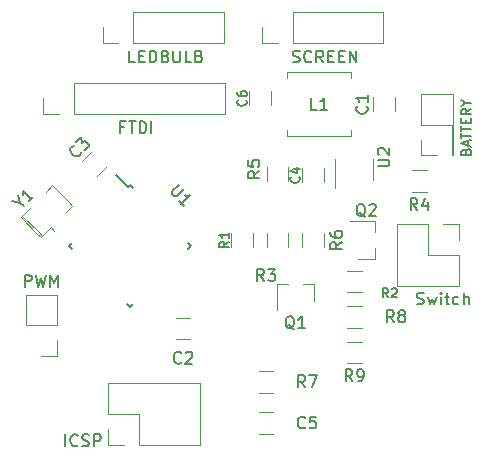
<source format=gbr>
%TF.GenerationSoftware,KiCad,Pcbnew,5.1.6*%
%TF.CreationDate,2020-09-21T03:48:32+02:00*%
%TF.ProjectId,Arduino_CPU_Board,41726475-696e-46f5-9f43-50555f426f61,rev?*%
%TF.SameCoordinates,Original*%
%TF.FileFunction,Legend,Top*%
%TF.FilePolarity,Positive*%
%FSLAX46Y46*%
G04 Gerber Fmt 4.6, Leading zero omitted, Abs format (unit mm)*
G04 Created by KiCad (PCBNEW 5.1.6) date 2020-09-21 03:48:32*
%MOMM*%
%LPD*%
G01*
G04 APERTURE LIST*
%ADD10C,0.150000*%
%ADD11C,0.120000*%
G04 APERTURE END LIST*
D10*
X145942857Y-88500000D02*
X145980952Y-88385714D01*
X146019047Y-88347619D01*
X146095238Y-88309523D01*
X146209523Y-88309523D01*
X146285714Y-88347619D01*
X146323809Y-88385714D01*
X146361904Y-88461904D01*
X146361904Y-88766666D01*
X145561904Y-88766666D01*
X145561904Y-88500000D01*
X145600000Y-88423809D01*
X145638095Y-88385714D01*
X145714285Y-88347619D01*
X145790476Y-88347619D01*
X145866666Y-88385714D01*
X145904761Y-88423809D01*
X145942857Y-88500000D01*
X145942857Y-88766666D01*
X146133333Y-88004761D02*
X146133333Y-87623809D01*
X146361904Y-88080952D02*
X145561904Y-87814285D01*
X146361904Y-87547619D01*
X145561904Y-87395238D02*
X145561904Y-86938095D01*
X146361904Y-87166666D02*
X145561904Y-87166666D01*
X145561904Y-86785714D02*
X145561904Y-86328571D01*
X146361904Y-86557142D02*
X145561904Y-86557142D01*
X145942857Y-86061904D02*
X145942857Y-85795238D01*
X146361904Y-85680952D02*
X146361904Y-86061904D01*
X145561904Y-86061904D01*
X145561904Y-85680952D01*
X146361904Y-84880952D02*
X145980952Y-85147619D01*
X146361904Y-85338095D02*
X145561904Y-85338095D01*
X145561904Y-85033333D01*
X145600000Y-84957142D01*
X145638095Y-84919047D01*
X145714285Y-84880952D01*
X145828571Y-84880952D01*
X145904761Y-84919047D01*
X145942857Y-84957142D01*
X145980952Y-85033333D01*
X145980952Y-85338095D01*
X145980952Y-84385714D02*
X146361904Y-84385714D01*
X145561904Y-84652380D02*
X145980952Y-84385714D01*
X145561904Y-84119047D01*
X131285714Y-80904761D02*
X131428571Y-80952380D01*
X131666666Y-80952380D01*
X131761904Y-80904761D01*
X131809523Y-80857142D01*
X131857142Y-80761904D01*
X131857142Y-80666666D01*
X131809523Y-80571428D01*
X131761904Y-80523809D01*
X131666666Y-80476190D01*
X131476190Y-80428571D01*
X131380952Y-80380952D01*
X131333333Y-80333333D01*
X131285714Y-80238095D01*
X131285714Y-80142857D01*
X131333333Y-80047619D01*
X131380952Y-80000000D01*
X131476190Y-79952380D01*
X131714285Y-79952380D01*
X131857142Y-80000000D01*
X132857142Y-80857142D02*
X132809523Y-80904761D01*
X132666666Y-80952380D01*
X132571428Y-80952380D01*
X132428571Y-80904761D01*
X132333333Y-80809523D01*
X132285714Y-80714285D01*
X132238095Y-80523809D01*
X132238095Y-80380952D01*
X132285714Y-80190476D01*
X132333333Y-80095238D01*
X132428571Y-80000000D01*
X132571428Y-79952380D01*
X132666666Y-79952380D01*
X132809523Y-80000000D01*
X132857142Y-80047619D01*
X133857142Y-80952380D02*
X133523809Y-80476190D01*
X133285714Y-80952380D02*
X133285714Y-79952380D01*
X133666666Y-79952380D01*
X133761904Y-80000000D01*
X133809523Y-80047619D01*
X133857142Y-80142857D01*
X133857142Y-80285714D01*
X133809523Y-80380952D01*
X133761904Y-80428571D01*
X133666666Y-80476190D01*
X133285714Y-80476190D01*
X134285714Y-80428571D02*
X134619047Y-80428571D01*
X134761904Y-80952380D02*
X134285714Y-80952380D01*
X134285714Y-79952380D01*
X134761904Y-79952380D01*
X135190476Y-80428571D02*
X135523809Y-80428571D01*
X135666666Y-80952380D02*
X135190476Y-80952380D01*
X135190476Y-79952380D01*
X135666666Y-79952380D01*
X136095238Y-80952380D02*
X136095238Y-79952380D01*
X136666666Y-80952380D01*
X136666666Y-79952380D01*
X117928571Y-80952380D02*
X117452380Y-80952380D01*
X117452380Y-79952380D01*
X118261904Y-80428571D02*
X118595238Y-80428571D01*
X118738095Y-80952380D02*
X118261904Y-80952380D01*
X118261904Y-79952380D01*
X118738095Y-79952380D01*
X119166666Y-80952380D02*
X119166666Y-79952380D01*
X119404761Y-79952380D01*
X119547619Y-80000000D01*
X119642857Y-80095238D01*
X119690476Y-80190476D01*
X119738095Y-80380952D01*
X119738095Y-80523809D01*
X119690476Y-80714285D01*
X119642857Y-80809523D01*
X119547619Y-80904761D01*
X119404761Y-80952380D01*
X119166666Y-80952380D01*
X120500000Y-80428571D02*
X120642857Y-80476190D01*
X120690476Y-80523809D01*
X120738095Y-80619047D01*
X120738095Y-80761904D01*
X120690476Y-80857142D01*
X120642857Y-80904761D01*
X120547619Y-80952380D01*
X120166666Y-80952380D01*
X120166666Y-79952380D01*
X120500000Y-79952380D01*
X120595238Y-80000000D01*
X120642857Y-80047619D01*
X120690476Y-80142857D01*
X120690476Y-80238095D01*
X120642857Y-80333333D01*
X120595238Y-80380952D01*
X120500000Y-80428571D01*
X120166666Y-80428571D01*
X121166666Y-79952380D02*
X121166666Y-80761904D01*
X121214285Y-80857142D01*
X121261904Y-80904761D01*
X121357142Y-80952380D01*
X121547619Y-80952380D01*
X121642857Y-80904761D01*
X121690476Y-80857142D01*
X121738095Y-80761904D01*
X121738095Y-79952380D01*
X122690476Y-80952380D02*
X122214285Y-80952380D01*
X122214285Y-79952380D01*
X123357142Y-80428571D02*
X123500000Y-80476190D01*
X123547619Y-80523809D01*
X123595238Y-80619047D01*
X123595238Y-80761904D01*
X123547619Y-80857142D01*
X123500000Y-80904761D01*
X123404761Y-80952380D01*
X123023809Y-80952380D01*
X123023809Y-79952380D01*
X123357142Y-79952380D01*
X123452380Y-80000000D01*
X123500000Y-80047619D01*
X123547619Y-80142857D01*
X123547619Y-80238095D01*
X123500000Y-80333333D01*
X123452380Y-80380952D01*
X123357142Y-80428571D01*
X123023809Y-80428571D01*
X117023809Y-86428571D02*
X116690476Y-86428571D01*
X116690476Y-86952380D02*
X116690476Y-85952380D01*
X117166666Y-85952380D01*
X117404761Y-85952380D02*
X117976190Y-85952380D01*
X117690476Y-86952380D02*
X117690476Y-85952380D01*
X118309523Y-86952380D02*
X118309523Y-85952380D01*
X118547619Y-85952380D01*
X118690476Y-86000000D01*
X118785714Y-86095238D01*
X118833333Y-86190476D01*
X118880952Y-86380952D01*
X118880952Y-86523809D01*
X118833333Y-86714285D01*
X118785714Y-86809523D01*
X118690476Y-86904761D01*
X118547619Y-86952380D01*
X118309523Y-86952380D01*
X119309523Y-86952380D02*
X119309523Y-85952380D01*
X108595238Y-99952380D02*
X108595238Y-98952380D01*
X108976190Y-98952380D01*
X109071428Y-99000000D01*
X109119047Y-99047619D01*
X109166666Y-99142857D01*
X109166666Y-99285714D01*
X109119047Y-99380952D01*
X109071428Y-99428571D01*
X108976190Y-99476190D01*
X108595238Y-99476190D01*
X109500000Y-98952380D02*
X109738095Y-99952380D01*
X109928571Y-99238095D01*
X110119047Y-99952380D01*
X110357142Y-98952380D01*
X110738095Y-99952380D02*
X110738095Y-98952380D01*
X111071428Y-99666666D01*
X111404761Y-98952380D01*
X111404761Y-99952380D01*
X112023809Y-113452380D02*
X112023809Y-112452380D01*
X113071428Y-113357142D02*
X113023809Y-113404761D01*
X112880952Y-113452380D01*
X112785714Y-113452380D01*
X112642857Y-113404761D01*
X112547619Y-113309523D01*
X112500000Y-113214285D01*
X112452380Y-113023809D01*
X112452380Y-112880952D01*
X112500000Y-112690476D01*
X112547619Y-112595238D01*
X112642857Y-112500000D01*
X112785714Y-112452380D01*
X112880952Y-112452380D01*
X113023809Y-112500000D01*
X113071428Y-112547619D01*
X113452380Y-113404761D02*
X113595238Y-113452380D01*
X113833333Y-113452380D01*
X113928571Y-113404761D01*
X113976190Y-113357142D01*
X114023809Y-113261904D01*
X114023809Y-113166666D01*
X113976190Y-113071428D01*
X113928571Y-113023809D01*
X113833333Y-112976190D01*
X113642857Y-112928571D01*
X113547619Y-112880952D01*
X113500000Y-112833333D01*
X113452380Y-112738095D01*
X113452380Y-112642857D01*
X113500000Y-112547619D01*
X113547619Y-112500000D01*
X113642857Y-112452380D01*
X113880952Y-112452380D01*
X114023809Y-112500000D01*
X114452380Y-113452380D02*
X114452380Y-112452380D01*
X114833333Y-112452380D01*
X114928571Y-112500000D01*
X114976190Y-112547619D01*
X115023809Y-112642857D01*
X115023809Y-112785714D01*
X114976190Y-112880952D01*
X114928571Y-112928571D01*
X114833333Y-112976190D01*
X114452380Y-112976190D01*
D11*
%TO.C,J3*%
X115170000Y-79330000D02*
X115170000Y-78000000D01*
X116500000Y-79330000D02*
X115170000Y-79330000D01*
X117770000Y-79330000D02*
X117770000Y-76670000D01*
X117770000Y-76670000D02*
X125450000Y-76670000D01*
X117770000Y-79330000D02*
X125450000Y-79330000D01*
X125450000Y-79330000D02*
X125450000Y-76670000D01*
%TO.C,Y1*%
X109651472Y-95479899D02*
X109934315Y-95762742D01*
X109792893Y-95338478D02*
X110075736Y-95621320D01*
X112338478Y-92792893D02*
X112621320Y-93075736D01*
X108237258Y-94065685D02*
X109651472Y-95479899D01*
X110782843Y-94914214D02*
X111065685Y-95197056D01*
X110782843Y-94914214D02*
X110075736Y-95621320D01*
X109792893Y-95338478D02*
X108378680Y-93924264D01*
X108378680Y-93924264D02*
X109085786Y-93217157D01*
X110358579Y-91944365D02*
X110924264Y-91378680D01*
X110924264Y-91378680D02*
X112338478Y-92792893D01*
X112621320Y-93075736D02*
X112055635Y-93641421D01*
%TO.C,U2*%
X134890000Y-89100000D02*
X134890000Y-91550000D01*
X138110000Y-90900000D02*
X138110000Y-89100000D01*
D10*
%TO.C,U1*%
X117340901Y-91532575D02*
X116333274Y-90524948D01*
X122626524Y-96500000D02*
X122396714Y-96270190D01*
X117500000Y-101626524D02*
X117270190Y-101396714D01*
X112373476Y-96500000D02*
X112603286Y-96729810D01*
X117500000Y-91373476D02*
X117729810Y-91603286D01*
X112373476Y-96500000D02*
X112603286Y-96270190D01*
X117500000Y-101626524D02*
X117729810Y-101396714D01*
X122626524Y-96500000D02*
X122396714Y-96729810D01*
X117500000Y-91373476D02*
X117340901Y-91532575D01*
D11*
%TO.C,Switch*%
X145330000Y-94670000D02*
X145330000Y-96000000D01*
X144000000Y-94670000D02*
X145330000Y-94670000D01*
X145330000Y-97270000D02*
X145330000Y-99870000D01*
X142730000Y-97270000D02*
X145330000Y-97270000D01*
X142730000Y-94670000D02*
X142730000Y-97270000D01*
X145330000Y-99870000D02*
X140130000Y-99870000D01*
X142730000Y-94670000D02*
X140130000Y-94670000D01*
X140130000Y-94670000D02*
X140130000Y-99870000D01*
%TO.C,R9*%
X135897936Y-106410000D02*
X137102064Y-106410000D01*
X135897936Y-104590000D02*
X137102064Y-104590000D01*
%TO.C,R8*%
X137102064Y-101590000D02*
X135897936Y-101590000D01*
X137102064Y-103410000D02*
X135897936Y-103410000D01*
%TO.C,R7*%
X129602064Y-107090000D02*
X128397936Y-107090000D01*
X129602064Y-108910000D02*
X128397936Y-108910000D01*
%TO.C,R6*%
X132090000Y-95397936D02*
X132090000Y-96602064D01*
X133910000Y-95397936D02*
X133910000Y-96602064D01*
%TO.C,R5*%
X129090000Y-89797936D02*
X129090000Y-91002064D01*
X130910000Y-89797936D02*
X130910000Y-91002064D01*
%TO.C,R4*%
X141397936Y-91910000D02*
X142602064Y-91910000D01*
X141397936Y-90090000D02*
X142602064Y-90090000D01*
%TO.C,R3*%
X129090000Y-95397936D02*
X129090000Y-96602064D01*
X130910000Y-95397936D02*
X130910000Y-96602064D01*
%TO.C,R2*%
X137102064Y-98590000D02*
X135897936Y-98590000D01*
X137102064Y-100410000D02*
X135897936Y-100410000D01*
%TO.C,R1*%
X126090000Y-95397936D02*
X126090000Y-96602064D01*
X127910000Y-95397936D02*
X127910000Y-96602064D01*
%TO.C,Q2*%
X138260000Y-97580000D02*
X136800000Y-97580000D01*
X138260000Y-94420000D02*
X136100000Y-94420000D01*
X138260000Y-94420000D02*
X138260000Y-95350000D01*
X138260000Y-97580000D02*
X138260000Y-96650000D01*
%TO.C,Q1*%
X133080000Y-99740000D02*
X133080000Y-101200000D01*
X129920000Y-99740000D02*
X129920000Y-101900000D01*
X129920000Y-99740000D02*
X130850000Y-99740000D01*
X133080000Y-99740000D02*
X132150000Y-99740000D01*
%TO.C,L1*%
X136200000Y-87200000D02*
X136200000Y-86700000D01*
X136200000Y-81800000D02*
X136200000Y-82300000D01*
X130800000Y-81800000D02*
X130800000Y-82300000D01*
X130800000Y-81800000D02*
X136200000Y-81800000D01*
X130800000Y-87200000D02*
X130800000Y-86700000D01*
X136200000Y-87200000D02*
X130800000Y-87200000D01*
%TO.C,J7*%
X115670000Y-113330000D02*
X115670000Y-112000000D01*
X117000000Y-113330000D02*
X115670000Y-113330000D01*
X115670000Y-110730000D02*
X115670000Y-108130000D01*
X118270000Y-110730000D02*
X115670000Y-110730000D01*
X118270000Y-113330000D02*
X118270000Y-110730000D01*
X115670000Y-108130000D02*
X123410000Y-108130000D01*
X118270000Y-113330000D02*
X123410000Y-113330000D01*
X123410000Y-113330000D02*
X123410000Y-108130000D01*
%TO.C,J6*%
X128670000Y-79330000D02*
X128670000Y-78000000D01*
X130000000Y-79330000D02*
X128670000Y-79330000D01*
X131270000Y-79330000D02*
X131270000Y-76670000D01*
X131270000Y-76670000D02*
X138950000Y-76670000D01*
X131270000Y-79330000D02*
X138950000Y-79330000D01*
X138950000Y-79330000D02*
X138950000Y-76670000D01*
%TO.C,J5*%
X111330000Y-105830000D02*
X110000000Y-105830000D01*
X111330000Y-104500000D02*
X111330000Y-105830000D01*
X111330000Y-103230000D02*
X108670000Y-103230000D01*
X108670000Y-103230000D02*
X108670000Y-100630000D01*
X111330000Y-103230000D02*
X111330000Y-100630000D01*
X111330000Y-100630000D02*
X108670000Y-100630000D01*
%TO.C,J2*%
X110170000Y-85330000D02*
X110170000Y-84000000D01*
X111500000Y-85330000D02*
X110170000Y-85330000D01*
X112770000Y-85330000D02*
X112770000Y-82670000D01*
X112770000Y-82670000D02*
X125530000Y-82670000D01*
X112770000Y-85330000D02*
X125530000Y-85330000D01*
X125530000Y-85330000D02*
X125530000Y-82670000D01*
%TO.C,J1*%
X142170000Y-88830000D02*
X142170000Y-87500000D01*
X143500000Y-88830000D02*
X142170000Y-88830000D01*
X142170000Y-86230000D02*
X142170000Y-83630000D01*
X144770000Y-86230000D02*
X142170000Y-86230000D01*
X144770000Y-88830000D02*
X144770000Y-86230000D01*
X142170000Y-83630000D02*
X144830000Y-83630000D01*
X144770000Y-88830000D02*
X144830000Y-88830000D01*
X144830000Y-88830000D02*
X144830000Y-83630000D01*
%TO.C,C6*%
X127590000Y-83397936D02*
X127590000Y-84602064D01*
X129410000Y-83397936D02*
X129410000Y-84602064D01*
%TO.C,C5*%
X129602064Y-110590000D02*
X128397936Y-110590000D01*
X129602064Y-112410000D02*
X128397936Y-112410000D01*
%TO.C,C4*%
X133910000Y-91102064D02*
X133910000Y-89897936D01*
X132090000Y-91102064D02*
X132090000Y-89897936D01*
%TO.C,C3*%
X114717744Y-90569191D02*
X115569191Y-89717744D01*
X113430809Y-89282256D02*
X114282256Y-88430809D01*
%TO.C,C2*%
X121397936Y-104410000D02*
X122602064Y-104410000D01*
X121397936Y-102590000D02*
X122602064Y-102590000D01*
%TO.C,C1*%
X139910000Y-85102064D02*
X139910000Y-83897936D01*
X138090000Y-85102064D02*
X138090000Y-83897936D01*
%TO.C,Y1*%
D10*
X108146446Y-92819881D02*
X108483164Y-93156599D01*
X107540355Y-92685194D02*
X108146446Y-92819881D01*
X108011759Y-92213790D01*
X109324957Y-92314805D02*
X108920896Y-92718866D01*
X109122927Y-92516835D02*
X108415820Y-91809729D01*
X108449492Y-91978087D01*
X108449492Y-92112774D01*
X108415820Y-92213790D01*
%TO.C,U2*%
X138452380Y-89761904D02*
X139261904Y-89761904D01*
X139357142Y-89714285D01*
X139404761Y-89666666D01*
X139452380Y-89571428D01*
X139452380Y-89380952D01*
X139404761Y-89285714D01*
X139357142Y-89238095D01*
X139261904Y-89190476D01*
X138452380Y-89190476D01*
X138547619Y-88761904D02*
X138500000Y-88714285D01*
X138452380Y-88619047D01*
X138452380Y-88380952D01*
X138500000Y-88285714D01*
X138547619Y-88238095D01*
X138642857Y-88190476D01*
X138738095Y-88190476D01*
X138880952Y-88238095D01*
X139452380Y-88809523D01*
X139452380Y-88190476D01*
%TO.C,U1*%
X121626473Y-91296030D02*
X121054053Y-91868450D01*
X121020381Y-91969465D01*
X121020381Y-92036809D01*
X121054053Y-92137824D01*
X121188740Y-92272511D01*
X121289755Y-92306183D01*
X121357099Y-92306183D01*
X121458114Y-92272511D01*
X122030534Y-91700091D01*
X122030534Y-93114305D02*
X121626473Y-92710244D01*
X121828503Y-92912274D02*
X122535610Y-92205168D01*
X122367251Y-92238839D01*
X122232564Y-92238839D01*
X122131549Y-92205168D01*
%TO.C,Switch*%
X141785714Y-101404761D02*
X141928571Y-101452380D01*
X142166666Y-101452380D01*
X142261904Y-101404761D01*
X142309523Y-101357142D01*
X142357142Y-101261904D01*
X142357142Y-101166666D01*
X142309523Y-101071428D01*
X142261904Y-101023809D01*
X142166666Y-100976190D01*
X141976190Y-100928571D01*
X141880952Y-100880952D01*
X141833333Y-100833333D01*
X141785714Y-100738095D01*
X141785714Y-100642857D01*
X141833333Y-100547619D01*
X141880952Y-100500000D01*
X141976190Y-100452380D01*
X142214285Y-100452380D01*
X142357142Y-100500000D01*
X142690476Y-100785714D02*
X142880952Y-101452380D01*
X143071428Y-100976190D01*
X143261904Y-101452380D01*
X143452380Y-100785714D01*
X143833333Y-101452380D02*
X143833333Y-100785714D01*
X143833333Y-100452380D02*
X143785714Y-100500000D01*
X143833333Y-100547619D01*
X143880952Y-100500000D01*
X143833333Y-100452380D01*
X143833333Y-100547619D01*
X144166666Y-100785714D02*
X144547619Y-100785714D01*
X144309523Y-100452380D02*
X144309523Y-101309523D01*
X144357142Y-101404761D01*
X144452380Y-101452380D01*
X144547619Y-101452380D01*
X145309523Y-101404761D02*
X145214285Y-101452380D01*
X145023809Y-101452380D01*
X144928571Y-101404761D01*
X144880952Y-101357142D01*
X144833333Y-101261904D01*
X144833333Y-100976190D01*
X144880952Y-100880952D01*
X144928571Y-100833333D01*
X145023809Y-100785714D01*
X145214285Y-100785714D01*
X145309523Y-100833333D01*
X145738095Y-101452380D02*
X145738095Y-100452380D01*
X146166666Y-101452380D02*
X146166666Y-100928571D01*
X146119047Y-100833333D01*
X146023809Y-100785714D01*
X145880952Y-100785714D01*
X145785714Y-100833333D01*
X145738095Y-100880952D01*
%TO.C,R9*%
X136333333Y-107952380D02*
X136000000Y-107476190D01*
X135761904Y-107952380D02*
X135761904Y-106952380D01*
X136142857Y-106952380D01*
X136238095Y-107000000D01*
X136285714Y-107047619D01*
X136333333Y-107142857D01*
X136333333Y-107285714D01*
X136285714Y-107380952D01*
X136238095Y-107428571D01*
X136142857Y-107476190D01*
X135761904Y-107476190D01*
X136809523Y-107952380D02*
X137000000Y-107952380D01*
X137095238Y-107904761D01*
X137142857Y-107857142D01*
X137238095Y-107714285D01*
X137285714Y-107523809D01*
X137285714Y-107142857D01*
X137238095Y-107047619D01*
X137190476Y-107000000D01*
X137095238Y-106952380D01*
X136904761Y-106952380D01*
X136809523Y-107000000D01*
X136761904Y-107047619D01*
X136714285Y-107142857D01*
X136714285Y-107380952D01*
X136761904Y-107476190D01*
X136809523Y-107523809D01*
X136904761Y-107571428D01*
X137095238Y-107571428D01*
X137190476Y-107523809D01*
X137238095Y-107476190D01*
X137285714Y-107380952D01*
%TO.C,R8*%
X139833333Y-102952380D02*
X139500000Y-102476190D01*
X139261904Y-102952380D02*
X139261904Y-101952380D01*
X139642857Y-101952380D01*
X139738095Y-102000000D01*
X139785714Y-102047619D01*
X139833333Y-102142857D01*
X139833333Y-102285714D01*
X139785714Y-102380952D01*
X139738095Y-102428571D01*
X139642857Y-102476190D01*
X139261904Y-102476190D01*
X140404761Y-102380952D02*
X140309523Y-102333333D01*
X140261904Y-102285714D01*
X140214285Y-102190476D01*
X140214285Y-102142857D01*
X140261904Y-102047619D01*
X140309523Y-102000000D01*
X140404761Y-101952380D01*
X140595238Y-101952380D01*
X140690476Y-102000000D01*
X140738095Y-102047619D01*
X140785714Y-102142857D01*
X140785714Y-102190476D01*
X140738095Y-102285714D01*
X140690476Y-102333333D01*
X140595238Y-102380952D01*
X140404761Y-102380952D01*
X140309523Y-102428571D01*
X140261904Y-102476190D01*
X140214285Y-102571428D01*
X140214285Y-102761904D01*
X140261904Y-102857142D01*
X140309523Y-102904761D01*
X140404761Y-102952380D01*
X140595238Y-102952380D01*
X140690476Y-102904761D01*
X140738095Y-102857142D01*
X140785714Y-102761904D01*
X140785714Y-102571428D01*
X140738095Y-102476190D01*
X140690476Y-102428571D01*
X140595238Y-102380952D01*
%TO.C,R7*%
X132333333Y-108452380D02*
X132000000Y-107976190D01*
X131761904Y-108452380D02*
X131761904Y-107452380D01*
X132142857Y-107452380D01*
X132238095Y-107500000D01*
X132285714Y-107547619D01*
X132333333Y-107642857D01*
X132333333Y-107785714D01*
X132285714Y-107880952D01*
X132238095Y-107928571D01*
X132142857Y-107976190D01*
X131761904Y-107976190D01*
X132666666Y-107452380D02*
X133333333Y-107452380D01*
X132904761Y-108452380D01*
%TO.C,R6*%
X135452380Y-96166666D02*
X134976190Y-96500000D01*
X135452380Y-96738095D02*
X134452380Y-96738095D01*
X134452380Y-96357142D01*
X134500000Y-96261904D01*
X134547619Y-96214285D01*
X134642857Y-96166666D01*
X134785714Y-96166666D01*
X134880952Y-96214285D01*
X134928571Y-96261904D01*
X134976190Y-96357142D01*
X134976190Y-96738095D01*
X134452380Y-95309523D02*
X134452380Y-95500000D01*
X134500000Y-95595238D01*
X134547619Y-95642857D01*
X134690476Y-95738095D01*
X134880952Y-95785714D01*
X135261904Y-95785714D01*
X135357142Y-95738095D01*
X135404761Y-95690476D01*
X135452380Y-95595238D01*
X135452380Y-95404761D01*
X135404761Y-95309523D01*
X135357142Y-95261904D01*
X135261904Y-95214285D01*
X135023809Y-95214285D01*
X134928571Y-95261904D01*
X134880952Y-95309523D01*
X134833333Y-95404761D01*
X134833333Y-95595238D01*
X134880952Y-95690476D01*
X134928571Y-95738095D01*
X135023809Y-95785714D01*
%TO.C,R5*%
X128452380Y-90166666D02*
X127976190Y-90500000D01*
X128452380Y-90738095D02*
X127452380Y-90738095D01*
X127452380Y-90357142D01*
X127500000Y-90261904D01*
X127547619Y-90214285D01*
X127642857Y-90166666D01*
X127785714Y-90166666D01*
X127880952Y-90214285D01*
X127928571Y-90261904D01*
X127976190Y-90357142D01*
X127976190Y-90738095D01*
X127452380Y-89261904D02*
X127452380Y-89738095D01*
X127928571Y-89785714D01*
X127880952Y-89738095D01*
X127833333Y-89642857D01*
X127833333Y-89404761D01*
X127880952Y-89309523D01*
X127928571Y-89261904D01*
X128023809Y-89214285D01*
X128261904Y-89214285D01*
X128357142Y-89261904D01*
X128404761Y-89309523D01*
X128452380Y-89404761D01*
X128452380Y-89642857D01*
X128404761Y-89738095D01*
X128357142Y-89785714D01*
%TO.C,R4*%
X141833333Y-93452380D02*
X141500000Y-92976190D01*
X141261904Y-93452380D02*
X141261904Y-92452380D01*
X141642857Y-92452380D01*
X141738095Y-92500000D01*
X141785714Y-92547619D01*
X141833333Y-92642857D01*
X141833333Y-92785714D01*
X141785714Y-92880952D01*
X141738095Y-92928571D01*
X141642857Y-92976190D01*
X141261904Y-92976190D01*
X142690476Y-92785714D02*
X142690476Y-93452380D01*
X142452380Y-92404761D02*
X142214285Y-93119047D01*
X142833333Y-93119047D01*
%TO.C,R3*%
X128833333Y-99452380D02*
X128500000Y-98976190D01*
X128261904Y-99452380D02*
X128261904Y-98452380D01*
X128642857Y-98452380D01*
X128738095Y-98500000D01*
X128785714Y-98547619D01*
X128833333Y-98642857D01*
X128833333Y-98785714D01*
X128785714Y-98880952D01*
X128738095Y-98928571D01*
X128642857Y-98976190D01*
X128261904Y-98976190D01*
X129166666Y-98452380D02*
X129785714Y-98452380D01*
X129452380Y-98833333D01*
X129595238Y-98833333D01*
X129690476Y-98880952D01*
X129738095Y-98928571D01*
X129785714Y-99023809D01*
X129785714Y-99261904D01*
X129738095Y-99357142D01*
X129690476Y-99404761D01*
X129595238Y-99452380D01*
X129309523Y-99452380D01*
X129214285Y-99404761D01*
X129166666Y-99357142D01*
%TO.C,R2*%
X139366666Y-100861904D02*
X139100000Y-100480952D01*
X138909523Y-100861904D02*
X138909523Y-100061904D01*
X139214285Y-100061904D01*
X139290476Y-100100000D01*
X139328571Y-100138095D01*
X139366666Y-100214285D01*
X139366666Y-100328571D01*
X139328571Y-100404761D01*
X139290476Y-100442857D01*
X139214285Y-100480952D01*
X138909523Y-100480952D01*
X139671428Y-100138095D02*
X139709523Y-100100000D01*
X139785714Y-100061904D01*
X139976190Y-100061904D01*
X140052380Y-100100000D01*
X140090476Y-100138095D01*
X140128571Y-100214285D01*
X140128571Y-100290476D01*
X140090476Y-100404761D01*
X139633333Y-100861904D01*
X140128571Y-100861904D01*
%TO.C,R1*%
X125861904Y-96133333D02*
X125480952Y-96400000D01*
X125861904Y-96590476D02*
X125061904Y-96590476D01*
X125061904Y-96285714D01*
X125100000Y-96209523D01*
X125138095Y-96171428D01*
X125214285Y-96133333D01*
X125328571Y-96133333D01*
X125404761Y-96171428D01*
X125442857Y-96209523D01*
X125480952Y-96285714D01*
X125480952Y-96590476D01*
X125861904Y-95371428D02*
X125861904Y-95828571D01*
X125861904Y-95600000D02*
X125061904Y-95600000D01*
X125176190Y-95676190D01*
X125252380Y-95752380D01*
X125290476Y-95828571D01*
%TO.C,Q2*%
X137404761Y-94047619D02*
X137309523Y-94000000D01*
X137214285Y-93904761D01*
X137071428Y-93761904D01*
X136976190Y-93714285D01*
X136880952Y-93714285D01*
X136928571Y-93952380D02*
X136833333Y-93904761D01*
X136738095Y-93809523D01*
X136690476Y-93619047D01*
X136690476Y-93285714D01*
X136738095Y-93095238D01*
X136833333Y-93000000D01*
X136928571Y-92952380D01*
X137119047Y-92952380D01*
X137214285Y-93000000D01*
X137309523Y-93095238D01*
X137357142Y-93285714D01*
X137357142Y-93619047D01*
X137309523Y-93809523D01*
X137214285Y-93904761D01*
X137119047Y-93952380D01*
X136928571Y-93952380D01*
X137738095Y-93047619D02*
X137785714Y-93000000D01*
X137880952Y-92952380D01*
X138119047Y-92952380D01*
X138214285Y-93000000D01*
X138261904Y-93047619D01*
X138309523Y-93142857D01*
X138309523Y-93238095D01*
X138261904Y-93380952D01*
X137690476Y-93952380D01*
X138309523Y-93952380D01*
%TO.C,Q1*%
X131404761Y-103547619D02*
X131309523Y-103500000D01*
X131214285Y-103404761D01*
X131071428Y-103261904D01*
X130976190Y-103214285D01*
X130880952Y-103214285D01*
X130928571Y-103452380D02*
X130833333Y-103404761D01*
X130738095Y-103309523D01*
X130690476Y-103119047D01*
X130690476Y-102785714D01*
X130738095Y-102595238D01*
X130833333Y-102500000D01*
X130928571Y-102452380D01*
X131119047Y-102452380D01*
X131214285Y-102500000D01*
X131309523Y-102595238D01*
X131357142Y-102785714D01*
X131357142Y-103119047D01*
X131309523Y-103309523D01*
X131214285Y-103404761D01*
X131119047Y-103452380D01*
X130928571Y-103452380D01*
X132309523Y-103452380D02*
X131738095Y-103452380D01*
X132023809Y-103452380D02*
X132023809Y-102452380D01*
X131928571Y-102595238D01*
X131833333Y-102690476D01*
X131738095Y-102738095D01*
%TO.C,L1*%
X133333333Y-84952380D02*
X132857142Y-84952380D01*
X132857142Y-83952380D01*
X134190476Y-84952380D02*
X133619047Y-84952380D01*
X133904761Y-84952380D02*
X133904761Y-83952380D01*
X133809523Y-84095238D01*
X133714285Y-84190476D01*
X133619047Y-84238095D01*
%TO.C,C6*%
X127285714Y-84133333D02*
X127323809Y-84171428D01*
X127361904Y-84285714D01*
X127361904Y-84361904D01*
X127323809Y-84476190D01*
X127247619Y-84552380D01*
X127171428Y-84590476D01*
X127019047Y-84628571D01*
X126904761Y-84628571D01*
X126752380Y-84590476D01*
X126676190Y-84552380D01*
X126600000Y-84476190D01*
X126561904Y-84361904D01*
X126561904Y-84285714D01*
X126600000Y-84171428D01*
X126638095Y-84133333D01*
X126561904Y-83447619D02*
X126561904Y-83600000D01*
X126600000Y-83676190D01*
X126638095Y-83714285D01*
X126752380Y-83790476D01*
X126904761Y-83828571D01*
X127209523Y-83828571D01*
X127285714Y-83790476D01*
X127323809Y-83752380D01*
X127361904Y-83676190D01*
X127361904Y-83523809D01*
X127323809Y-83447619D01*
X127285714Y-83409523D01*
X127209523Y-83371428D01*
X127019047Y-83371428D01*
X126942857Y-83409523D01*
X126904761Y-83447619D01*
X126866666Y-83523809D01*
X126866666Y-83676190D01*
X126904761Y-83752380D01*
X126942857Y-83790476D01*
X127019047Y-83828571D01*
%TO.C,C5*%
X132333333Y-111857142D02*
X132285714Y-111904761D01*
X132142857Y-111952380D01*
X132047619Y-111952380D01*
X131904761Y-111904761D01*
X131809523Y-111809523D01*
X131761904Y-111714285D01*
X131714285Y-111523809D01*
X131714285Y-111380952D01*
X131761904Y-111190476D01*
X131809523Y-111095238D01*
X131904761Y-111000000D01*
X132047619Y-110952380D01*
X132142857Y-110952380D01*
X132285714Y-111000000D01*
X132333333Y-111047619D01*
X133238095Y-110952380D02*
X132761904Y-110952380D01*
X132714285Y-111428571D01*
X132761904Y-111380952D01*
X132857142Y-111333333D01*
X133095238Y-111333333D01*
X133190476Y-111380952D01*
X133238095Y-111428571D01*
X133285714Y-111523809D01*
X133285714Y-111761904D01*
X133238095Y-111857142D01*
X133190476Y-111904761D01*
X133095238Y-111952380D01*
X132857142Y-111952380D01*
X132761904Y-111904761D01*
X132714285Y-111857142D01*
%TO.C,C4*%
X131785714Y-90633333D02*
X131823809Y-90671428D01*
X131861904Y-90785714D01*
X131861904Y-90861904D01*
X131823809Y-90976190D01*
X131747619Y-91052380D01*
X131671428Y-91090476D01*
X131519047Y-91128571D01*
X131404761Y-91128571D01*
X131252380Y-91090476D01*
X131176190Y-91052380D01*
X131100000Y-90976190D01*
X131061904Y-90861904D01*
X131061904Y-90785714D01*
X131100000Y-90671428D01*
X131138095Y-90633333D01*
X131328571Y-89947619D02*
X131861904Y-89947619D01*
X131023809Y-90138095D02*
X131595238Y-90328571D01*
X131595238Y-89833333D01*
%TO.C,C3*%
X113347753Y-88583455D02*
X113347753Y-88650798D01*
X113280409Y-88785485D01*
X113213066Y-88852829D01*
X113078378Y-88920172D01*
X112943691Y-88920172D01*
X112842676Y-88886501D01*
X112674317Y-88785485D01*
X112573302Y-88684470D01*
X112472287Y-88516111D01*
X112438615Y-88415096D01*
X112438615Y-88280409D01*
X112505959Y-88145722D01*
X112573302Y-88078378D01*
X112707989Y-88011035D01*
X112775333Y-88011035D01*
X112943691Y-87707989D02*
X113381424Y-87270256D01*
X113415096Y-87775333D01*
X113516111Y-87674317D01*
X113617127Y-87640646D01*
X113684470Y-87640646D01*
X113785485Y-87674317D01*
X113953844Y-87842676D01*
X113987516Y-87943691D01*
X113987516Y-88011035D01*
X113953844Y-88112050D01*
X113751814Y-88314081D01*
X113650798Y-88347753D01*
X113583455Y-88347753D01*
%TO.C,C2*%
X121833333Y-106357142D02*
X121785714Y-106404761D01*
X121642857Y-106452380D01*
X121547619Y-106452380D01*
X121404761Y-106404761D01*
X121309523Y-106309523D01*
X121261904Y-106214285D01*
X121214285Y-106023809D01*
X121214285Y-105880952D01*
X121261904Y-105690476D01*
X121309523Y-105595238D01*
X121404761Y-105500000D01*
X121547619Y-105452380D01*
X121642857Y-105452380D01*
X121785714Y-105500000D01*
X121833333Y-105547619D01*
X122214285Y-105547619D02*
X122261904Y-105500000D01*
X122357142Y-105452380D01*
X122595238Y-105452380D01*
X122690476Y-105500000D01*
X122738095Y-105547619D01*
X122785714Y-105642857D01*
X122785714Y-105738095D01*
X122738095Y-105880952D01*
X122166666Y-106452380D01*
X122785714Y-106452380D01*
%TO.C,C1*%
X137537142Y-84666666D02*
X137584761Y-84714285D01*
X137632380Y-84857142D01*
X137632380Y-84952380D01*
X137584761Y-85095238D01*
X137489523Y-85190476D01*
X137394285Y-85238095D01*
X137203809Y-85285714D01*
X137060952Y-85285714D01*
X136870476Y-85238095D01*
X136775238Y-85190476D01*
X136680000Y-85095238D01*
X136632380Y-84952380D01*
X136632380Y-84857142D01*
X136680000Y-84714285D01*
X136727619Y-84666666D01*
X137632380Y-83714285D02*
X137632380Y-84285714D01*
X137632380Y-84000000D02*
X136632380Y-84000000D01*
X136775238Y-84095238D01*
X136870476Y-84190476D01*
X136918095Y-84285714D01*
%TD*%
M02*

</source>
